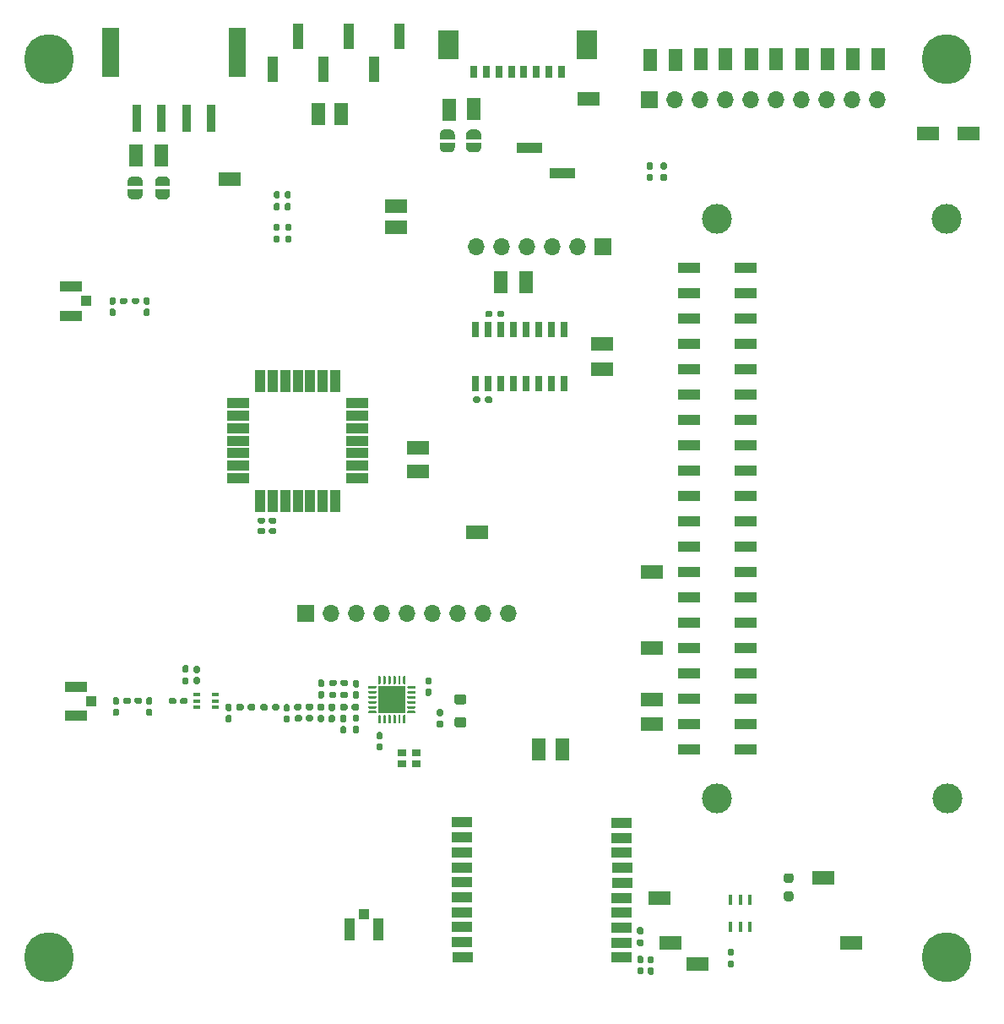
<source format=gbr>
%TF.GenerationSoftware,KiCad,Pcbnew,(5.1.12-1-10_14)*%
%TF.CreationDate,2022-02-15T12:56:50-08:00*%
%TF.ProjectId,g3_compute,67335f63-6f6d-4707-9574-652e6b696361,1*%
%TF.SameCoordinates,Original*%
%TF.FileFunction,Soldermask,Top*%
%TF.FilePolarity,Negative*%
%FSLAX46Y46*%
G04 Gerber Fmt 4.6, Leading zero omitted, Abs format (unit mm)*
G04 Created by KiCad (PCBNEW (5.1.12-1-10_14)) date 2022-02-15 12:56:50*
%MOMM*%
%LPD*%
G01*
G04 APERTURE LIST*
%ADD10R,1.000000X2.510000*%
%ADD11R,1.050000X1.000000*%
%ADD12R,2.200000X1.050000*%
%ADD13R,1.000000X1.050000*%
%ADD14R,1.050000X2.200000*%
%ADD15R,2.200000X1.400000*%
%ADD16R,1.400000X2.200000*%
%ADD17R,2.510000X1.000000*%
%ADD18C,3.000000*%
%ADD19R,2.220000X1.020000*%
%ADD20R,0.900000X0.800000*%
%ADD21R,0.650000X0.400000*%
%ADD22R,2.700000X2.700000*%
%ADD23R,2.000000X1.000000*%
%ADD24R,2.300000X1.000000*%
%ADD25R,1.000000X2.300000*%
%ADD26R,0.457200X1.003300*%
%ADD27C,0.100000*%
%ADD28O,1.700000X1.700000*%
%ADD29R,1.700000X1.700000*%
%ADD30R,0.812800X2.794000*%
%ADD31R,1.701800X5.003800*%
%ADD32R,0.800000X1.300000*%
%ADD33R,2.100000X3.000000*%
%ADD34R,0.650000X1.525000*%
%ADD35C,5.000000*%
G04 APERTURE END LIST*
D10*
%TO.C,J104*%
X127440000Y-56000000D03*
X132520000Y-56000000D03*
X137600000Y-56000000D03*
X129980000Y-52690000D03*
X135060000Y-52690000D03*
X140140000Y-52690000D03*
%TD*%
D11*
%TO.C,J110*%
X108700000Y-79200000D03*
D12*
X107200000Y-80675000D03*
X107200000Y-77725000D03*
%TD*%
D13*
%TO.C,J109*%
X136600000Y-140650000D03*
D14*
X138075000Y-142150000D03*
X135125000Y-142150000D03*
%TD*%
D11*
%TO.C,J108*%
X109250000Y-119300000D03*
D12*
X107750000Y-120775000D03*
X107750000Y-117825000D03*
%TD*%
D15*
%TO.C,TP140*%
X185425000Y-143550000D03*
%TD*%
%TO.C,TP139*%
X147925000Y-102375000D03*
%TD*%
%TO.C,TP138*%
X123100000Y-66950000D03*
%TD*%
D16*
%TO.C,TP137*%
X152850000Y-77300000D03*
%TD*%
%TO.C,TP136*%
X150350000Y-77300000D03*
%TD*%
%TO.C,TP135*%
X183050000Y-55000000D03*
%TD*%
%TO.C,TP134*%
X170360000Y-54990000D03*
%TD*%
%TO.C,TP133*%
X172870000Y-54990000D03*
%TD*%
D15*
%TO.C,TP132*%
X165450000Y-113950000D03*
%TD*%
%TO.C,TP131*%
X165450000Y-106350000D03*
%TD*%
D16*
%TO.C,TP130*%
X185590000Y-54990000D03*
%TD*%
%TO.C,TP129*%
X167810000Y-55010000D03*
%TD*%
%TO.C,TP128*%
X188130000Y-55000000D03*
%TD*%
%TO.C,TP127*%
X180510000Y-54990000D03*
%TD*%
%TO.C,TP126*%
X175440000Y-54990000D03*
%TD*%
%TO.C,TP125*%
X177940000Y-54990000D03*
%TD*%
%TO.C,TP124*%
X165270000Y-55010000D03*
%TD*%
D15*
%TO.C,TP123*%
X165450000Y-121550000D03*
%TD*%
%TO.C,TP122*%
X197250000Y-62400000D03*
%TD*%
%TO.C,TP121*%
X159100000Y-58950000D03*
%TD*%
%TO.C,TP120*%
X193150000Y-62400000D03*
%TD*%
%TO.C,TP119*%
X170075000Y-145625000D03*
%TD*%
%TO.C,TP118*%
X160450000Y-86000000D03*
%TD*%
%TO.C,TP117*%
X160450000Y-83500000D03*
%TD*%
D16*
%TO.C,TP116*%
X147600000Y-59950000D03*
%TD*%
%TO.C,TP115*%
X145150000Y-60000000D03*
%TD*%
%TO.C,TP114*%
X113750000Y-64650000D03*
%TD*%
%TO.C,TP113*%
X116250000Y-64650000D03*
%TD*%
D15*
%TO.C,TP112*%
X139800000Y-71800000D03*
%TD*%
%TO.C,TP111*%
X139800000Y-69650000D03*
%TD*%
D16*
%TO.C,TP110*%
X134300000Y-60500000D03*
%TD*%
%TO.C,TP109*%
X132050000Y-60500000D03*
%TD*%
D15*
%TO.C,TP108*%
X166250000Y-139000000D03*
%TD*%
%TO.C,TP107*%
X182650000Y-137000000D03*
%TD*%
%TO.C,TP106*%
X167300000Y-143500000D03*
%TD*%
D16*
%TO.C,TP105*%
X156500000Y-124150000D03*
%TD*%
%TO.C,TP104*%
X154150000Y-124100000D03*
%TD*%
D15*
%TO.C,TP103*%
X165450000Y-119100000D03*
%TD*%
%TO.C,TP102*%
X142050000Y-96250000D03*
%TD*%
%TO.C,TP101*%
X142050000Y-93900000D03*
%TD*%
D17*
%TO.C,J111*%
X156490000Y-66430000D03*
X153180000Y-63890000D03*
%TD*%
D18*
%TO.C,J106*%
X172010000Y-71000000D03*
X195030000Y-70980000D03*
X195070000Y-129020000D03*
X172010000Y-129020000D03*
D19*
X169175000Y-124130000D03*
X174825000Y-124130000D03*
X169175000Y-121590000D03*
X174825000Y-121590000D03*
X169175000Y-119050000D03*
X174825000Y-119050000D03*
X169175000Y-116510000D03*
X174825000Y-116510000D03*
X169175000Y-113970000D03*
X174825000Y-113970000D03*
X169175000Y-111430000D03*
X174825000Y-111430000D03*
X169175000Y-108890000D03*
X174825000Y-108890000D03*
X169175000Y-106350000D03*
X174825000Y-106350000D03*
X169175000Y-103810000D03*
X174825000Y-103810000D03*
X169175000Y-101270000D03*
X174825000Y-101270000D03*
X169175000Y-98730000D03*
X174825000Y-98730000D03*
X169175000Y-96190000D03*
X174825000Y-96190000D03*
X169175000Y-93650000D03*
X174825000Y-93650000D03*
X169175000Y-91110000D03*
X174825000Y-91110000D03*
X169175000Y-88570000D03*
X174825000Y-88570000D03*
X169175000Y-86030000D03*
X174825000Y-86030000D03*
X169175000Y-83490000D03*
X174825000Y-83490000D03*
X169175000Y-80950000D03*
X174825000Y-80950000D03*
X169175000Y-78410000D03*
X174825000Y-78410000D03*
X169175000Y-75870000D03*
X174825000Y-75870000D03*
%TD*%
D20*
%TO.C,Y201*%
X141820000Y-125570000D03*
X140420000Y-125570000D03*
X140420000Y-124470000D03*
X141820000Y-124470000D03*
%TD*%
D21*
%TO.C,U202*%
X119825000Y-119925000D03*
X119825000Y-118625000D03*
X121725000Y-119275000D03*
X119825000Y-119275000D03*
X121725000Y-118625000D03*
X121725000Y-119925000D03*
%TD*%
D22*
%TO.C,U201*%
X139400000Y-119150000D03*
G36*
G01*
X137787500Y-120525000D02*
X137087500Y-120525000D01*
G75*
G02*
X137025000Y-120462500I0J62500D01*
G01*
X137025000Y-120337500D01*
G75*
G02*
X137087500Y-120275000I62500J0D01*
G01*
X137787500Y-120275000D01*
G75*
G02*
X137850000Y-120337500I0J-62500D01*
G01*
X137850000Y-120462500D01*
G75*
G02*
X137787500Y-120525000I-62500J0D01*
G01*
G37*
G36*
G01*
X137787500Y-120025000D02*
X137087500Y-120025000D01*
G75*
G02*
X137025000Y-119962500I0J62500D01*
G01*
X137025000Y-119837500D01*
G75*
G02*
X137087500Y-119775000I62500J0D01*
G01*
X137787500Y-119775000D01*
G75*
G02*
X137850000Y-119837500I0J-62500D01*
G01*
X137850000Y-119962500D01*
G75*
G02*
X137787500Y-120025000I-62500J0D01*
G01*
G37*
G36*
G01*
X137787500Y-119525000D02*
X137087500Y-119525000D01*
G75*
G02*
X137025000Y-119462500I0J62500D01*
G01*
X137025000Y-119337500D01*
G75*
G02*
X137087500Y-119275000I62500J0D01*
G01*
X137787500Y-119275000D01*
G75*
G02*
X137850000Y-119337500I0J-62500D01*
G01*
X137850000Y-119462500D01*
G75*
G02*
X137787500Y-119525000I-62500J0D01*
G01*
G37*
G36*
G01*
X137787500Y-119025000D02*
X137087500Y-119025000D01*
G75*
G02*
X137025000Y-118962500I0J62500D01*
G01*
X137025000Y-118837500D01*
G75*
G02*
X137087500Y-118775000I62500J0D01*
G01*
X137787500Y-118775000D01*
G75*
G02*
X137850000Y-118837500I0J-62500D01*
G01*
X137850000Y-118962500D01*
G75*
G02*
X137787500Y-119025000I-62500J0D01*
G01*
G37*
G36*
G01*
X137787500Y-118525000D02*
X137087500Y-118525000D01*
G75*
G02*
X137025000Y-118462500I0J62500D01*
G01*
X137025000Y-118337500D01*
G75*
G02*
X137087500Y-118275000I62500J0D01*
G01*
X137787500Y-118275000D01*
G75*
G02*
X137850000Y-118337500I0J-62500D01*
G01*
X137850000Y-118462500D01*
G75*
G02*
X137787500Y-118525000I-62500J0D01*
G01*
G37*
G36*
G01*
X137787500Y-118025000D02*
X137087500Y-118025000D01*
G75*
G02*
X137025000Y-117962500I0J62500D01*
G01*
X137025000Y-117837500D01*
G75*
G02*
X137087500Y-117775000I62500J0D01*
G01*
X137787500Y-117775000D01*
G75*
G02*
X137850000Y-117837500I0J-62500D01*
G01*
X137850000Y-117962500D01*
G75*
G02*
X137787500Y-118025000I-62500J0D01*
G01*
G37*
G36*
G01*
X138212500Y-117600000D02*
X138087500Y-117600000D01*
G75*
G02*
X138025000Y-117537500I0J62500D01*
G01*
X138025000Y-116837500D01*
G75*
G02*
X138087500Y-116775000I62500J0D01*
G01*
X138212500Y-116775000D01*
G75*
G02*
X138275000Y-116837500I0J-62500D01*
G01*
X138275000Y-117537500D01*
G75*
G02*
X138212500Y-117600000I-62500J0D01*
G01*
G37*
G36*
G01*
X138712500Y-117600000D02*
X138587500Y-117600000D01*
G75*
G02*
X138525000Y-117537500I0J62500D01*
G01*
X138525000Y-116837500D01*
G75*
G02*
X138587500Y-116775000I62500J0D01*
G01*
X138712500Y-116775000D01*
G75*
G02*
X138775000Y-116837500I0J-62500D01*
G01*
X138775000Y-117537500D01*
G75*
G02*
X138712500Y-117600000I-62500J0D01*
G01*
G37*
G36*
G01*
X139212500Y-117600000D02*
X139087500Y-117600000D01*
G75*
G02*
X139025000Y-117537500I0J62500D01*
G01*
X139025000Y-116837500D01*
G75*
G02*
X139087500Y-116775000I62500J0D01*
G01*
X139212500Y-116775000D01*
G75*
G02*
X139275000Y-116837500I0J-62500D01*
G01*
X139275000Y-117537500D01*
G75*
G02*
X139212500Y-117600000I-62500J0D01*
G01*
G37*
G36*
G01*
X139712500Y-117600000D02*
X139587500Y-117600000D01*
G75*
G02*
X139525000Y-117537500I0J62500D01*
G01*
X139525000Y-116837500D01*
G75*
G02*
X139587500Y-116775000I62500J0D01*
G01*
X139712500Y-116775000D01*
G75*
G02*
X139775000Y-116837500I0J-62500D01*
G01*
X139775000Y-117537500D01*
G75*
G02*
X139712500Y-117600000I-62500J0D01*
G01*
G37*
G36*
G01*
X140212500Y-117600000D02*
X140087500Y-117600000D01*
G75*
G02*
X140025000Y-117537500I0J62500D01*
G01*
X140025000Y-116837500D01*
G75*
G02*
X140087500Y-116775000I62500J0D01*
G01*
X140212500Y-116775000D01*
G75*
G02*
X140275000Y-116837500I0J-62500D01*
G01*
X140275000Y-117537500D01*
G75*
G02*
X140212500Y-117600000I-62500J0D01*
G01*
G37*
G36*
G01*
X140712500Y-117600000D02*
X140587500Y-117600000D01*
G75*
G02*
X140525000Y-117537500I0J62500D01*
G01*
X140525000Y-116837500D01*
G75*
G02*
X140587500Y-116775000I62500J0D01*
G01*
X140712500Y-116775000D01*
G75*
G02*
X140775000Y-116837500I0J-62500D01*
G01*
X140775000Y-117537500D01*
G75*
G02*
X140712500Y-117600000I-62500J0D01*
G01*
G37*
G36*
G01*
X141712500Y-118025000D02*
X141012500Y-118025000D01*
G75*
G02*
X140950000Y-117962500I0J62500D01*
G01*
X140950000Y-117837500D01*
G75*
G02*
X141012500Y-117775000I62500J0D01*
G01*
X141712500Y-117775000D01*
G75*
G02*
X141775000Y-117837500I0J-62500D01*
G01*
X141775000Y-117962500D01*
G75*
G02*
X141712500Y-118025000I-62500J0D01*
G01*
G37*
G36*
G01*
X141712500Y-118525000D02*
X141012500Y-118525000D01*
G75*
G02*
X140950000Y-118462500I0J62500D01*
G01*
X140950000Y-118337500D01*
G75*
G02*
X141012500Y-118275000I62500J0D01*
G01*
X141712500Y-118275000D01*
G75*
G02*
X141775000Y-118337500I0J-62500D01*
G01*
X141775000Y-118462500D01*
G75*
G02*
X141712500Y-118525000I-62500J0D01*
G01*
G37*
G36*
G01*
X141712500Y-119025000D02*
X141012500Y-119025000D01*
G75*
G02*
X140950000Y-118962500I0J62500D01*
G01*
X140950000Y-118837500D01*
G75*
G02*
X141012500Y-118775000I62500J0D01*
G01*
X141712500Y-118775000D01*
G75*
G02*
X141775000Y-118837500I0J-62500D01*
G01*
X141775000Y-118962500D01*
G75*
G02*
X141712500Y-119025000I-62500J0D01*
G01*
G37*
G36*
G01*
X141712500Y-119525000D02*
X141012500Y-119525000D01*
G75*
G02*
X140950000Y-119462500I0J62500D01*
G01*
X140950000Y-119337500D01*
G75*
G02*
X141012500Y-119275000I62500J0D01*
G01*
X141712500Y-119275000D01*
G75*
G02*
X141775000Y-119337500I0J-62500D01*
G01*
X141775000Y-119462500D01*
G75*
G02*
X141712500Y-119525000I-62500J0D01*
G01*
G37*
G36*
G01*
X141712500Y-120025000D02*
X141012500Y-120025000D01*
G75*
G02*
X140950000Y-119962500I0J62500D01*
G01*
X140950000Y-119837500D01*
G75*
G02*
X141012500Y-119775000I62500J0D01*
G01*
X141712500Y-119775000D01*
G75*
G02*
X141775000Y-119837500I0J-62500D01*
G01*
X141775000Y-119962500D01*
G75*
G02*
X141712500Y-120025000I-62500J0D01*
G01*
G37*
G36*
G01*
X141712500Y-120525000D02*
X141012500Y-120525000D01*
G75*
G02*
X140950000Y-120462500I0J62500D01*
G01*
X140950000Y-120337500D01*
G75*
G02*
X141012500Y-120275000I62500J0D01*
G01*
X141712500Y-120275000D01*
G75*
G02*
X141775000Y-120337500I0J-62500D01*
G01*
X141775000Y-120462500D01*
G75*
G02*
X141712500Y-120525000I-62500J0D01*
G01*
G37*
G36*
G01*
X140712500Y-121525000D02*
X140587500Y-121525000D01*
G75*
G02*
X140525000Y-121462500I0J62500D01*
G01*
X140525000Y-120762500D01*
G75*
G02*
X140587500Y-120700000I62500J0D01*
G01*
X140712500Y-120700000D01*
G75*
G02*
X140775000Y-120762500I0J-62500D01*
G01*
X140775000Y-121462500D01*
G75*
G02*
X140712500Y-121525000I-62500J0D01*
G01*
G37*
G36*
G01*
X140212500Y-121525000D02*
X140087500Y-121525000D01*
G75*
G02*
X140025000Y-121462500I0J62500D01*
G01*
X140025000Y-120762500D01*
G75*
G02*
X140087500Y-120700000I62500J0D01*
G01*
X140212500Y-120700000D01*
G75*
G02*
X140275000Y-120762500I0J-62500D01*
G01*
X140275000Y-121462500D01*
G75*
G02*
X140212500Y-121525000I-62500J0D01*
G01*
G37*
G36*
G01*
X139712500Y-121525000D02*
X139587500Y-121525000D01*
G75*
G02*
X139525000Y-121462500I0J62500D01*
G01*
X139525000Y-120762500D01*
G75*
G02*
X139587500Y-120700000I62500J0D01*
G01*
X139712500Y-120700000D01*
G75*
G02*
X139775000Y-120762500I0J-62500D01*
G01*
X139775000Y-121462500D01*
G75*
G02*
X139712500Y-121525000I-62500J0D01*
G01*
G37*
G36*
G01*
X139212500Y-121525000D02*
X139087500Y-121525000D01*
G75*
G02*
X139025000Y-121462500I0J62500D01*
G01*
X139025000Y-120762500D01*
G75*
G02*
X139087500Y-120700000I62500J0D01*
G01*
X139212500Y-120700000D01*
G75*
G02*
X139275000Y-120762500I0J-62500D01*
G01*
X139275000Y-121462500D01*
G75*
G02*
X139212500Y-121525000I-62500J0D01*
G01*
G37*
G36*
G01*
X138712500Y-121525000D02*
X138587500Y-121525000D01*
G75*
G02*
X138525000Y-121462500I0J62500D01*
G01*
X138525000Y-120762500D01*
G75*
G02*
X138587500Y-120700000I62500J0D01*
G01*
X138712500Y-120700000D01*
G75*
G02*
X138775000Y-120762500I0J-62500D01*
G01*
X138775000Y-121462500D01*
G75*
G02*
X138712500Y-121525000I-62500J0D01*
G01*
G37*
G36*
G01*
X138212500Y-121525000D02*
X138087500Y-121525000D01*
G75*
G02*
X138025000Y-121462500I0J62500D01*
G01*
X138025000Y-120762500D01*
G75*
G02*
X138087500Y-120700000I62500J0D01*
G01*
X138212500Y-120700000D01*
G75*
G02*
X138275000Y-120762500I0J-62500D01*
G01*
X138275000Y-121462500D01*
G75*
G02*
X138212500Y-121525000I-62500J0D01*
G01*
G37*
%TD*%
D23*
%TO.C,U102*%
X146500000Y-144950000D03*
X146450000Y-143450000D03*
X146450000Y-141950000D03*
X146450000Y-140450000D03*
X146450000Y-138950000D03*
X146450000Y-137450000D03*
X146450000Y-135950000D03*
X146450000Y-134450000D03*
X146450000Y-132950000D03*
X146450000Y-131450000D03*
X162450000Y-131500000D03*
X162450000Y-133000000D03*
X162450000Y-134500000D03*
X162500000Y-136000000D03*
X162500000Y-137500000D03*
X162450000Y-139000000D03*
X162450000Y-140500000D03*
X162450000Y-142000000D03*
X162450000Y-143500000D03*
X162450000Y-145000000D03*
%TD*%
D24*
%TO.C,U101*%
X123950000Y-96950000D03*
X123950000Y-95700000D03*
X123950000Y-94450000D03*
X123950000Y-89450000D03*
X123950000Y-90700000D03*
X123950000Y-91950000D03*
X123950000Y-93200000D03*
D25*
X126200000Y-87200000D03*
X127450000Y-87200000D03*
X128700000Y-87200000D03*
X133700000Y-87200000D03*
X132450000Y-87200000D03*
X131200000Y-87200000D03*
X129950000Y-87200000D03*
D24*
X135950000Y-89450000D03*
X135950000Y-90700000D03*
X135950000Y-91950000D03*
X135950000Y-96950000D03*
X135950000Y-95700000D03*
X135950000Y-94450000D03*
X135950000Y-93200000D03*
D25*
X133700000Y-99200000D03*
X132450000Y-99200000D03*
X131200000Y-99200000D03*
X126200000Y-99200000D03*
X127450000Y-99200000D03*
X128700000Y-99200000D03*
X129950000Y-99200000D03*
%TD*%
%TO.C,R201*%
G36*
G01*
X118860000Y-116420000D02*
X118540000Y-116420000D01*
G75*
G02*
X118380000Y-116260000I0J160000D01*
G01*
X118380000Y-115865000D01*
G75*
G02*
X118540000Y-115705000I160000J0D01*
G01*
X118860000Y-115705000D01*
G75*
G02*
X119020000Y-115865000I0J-160000D01*
G01*
X119020000Y-116260000D01*
G75*
G02*
X118860000Y-116420000I-160000J0D01*
G01*
G37*
G36*
G01*
X118860000Y-117615000D02*
X118540000Y-117615000D01*
G75*
G02*
X118380000Y-117455000I0J160000D01*
G01*
X118380000Y-117060000D01*
G75*
G02*
X118540000Y-116900000I160000J0D01*
G01*
X118860000Y-116900000D01*
G75*
G02*
X119020000Y-117060000I0J-160000D01*
G01*
X119020000Y-117455000D01*
G75*
G02*
X118860000Y-117615000I-160000J0D01*
G01*
G37*
%TD*%
%TO.C,R109*%
G36*
G01*
X149942500Y-80660000D02*
X149942500Y-80340000D01*
G75*
G02*
X150102500Y-80180000I160000J0D01*
G01*
X150497500Y-80180000D01*
G75*
G02*
X150657500Y-80340000I0J-160000D01*
G01*
X150657500Y-80660000D01*
G75*
G02*
X150497500Y-80820000I-160000J0D01*
G01*
X150102500Y-80820000D01*
G75*
G02*
X149942500Y-80660000I0J160000D01*
G01*
G37*
G36*
G01*
X148747500Y-80660000D02*
X148747500Y-80340000D01*
G75*
G02*
X148907500Y-80180000I160000J0D01*
G01*
X149302500Y-80180000D01*
G75*
G02*
X149462500Y-80340000I0J-160000D01*
G01*
X149462500Y-80660000D01*
G75*
G02*
X149302500Y-80820000I-160000J0D01*
G01*
X148907500Y-80820000D01*
G75*
G02*
X148747500Y-80660000I0J160000D01*
G01*
G37*
%TD*%
%TO.C,R108*%
G36*
G01*
X148742500Y-89260000D02*
X148742500Y-88940000D01*
G75*
G02*
X148902500Y-88780000I160000J0D01*
G01*
X149297500Y-88780000D01*
G75*
G02*
X149457500Y-88940000I0J-160000D01*
G01*
X149457500Y-89260000D01*
G75*
G02*
X149297500Y-89420000I-160000J0D01*
G01*
X148902500Y-89420000D01*
G75*
G02*
X148742500Y-89260000I0J160000D01*
G01*
G37*
G36*
G01*
X147547500Y-89260000D02*
X147547500Y-88940000D01*
G75*
G02*
X147707500Y-88780000I160000J0D01*
G01*
X148102500Y-88780000D01*
G75*
G02*
X148262500Y-88940000I0J-160000D01*
G01*
X148262500Y-89260000D01*
G75*
G02*
X148102500Y-89420000I-160000J0D01*
G01*
X147707500Y-89420000D01*
G75*
G02*
X147547500Y-89260000I0J160000D01*
G01*
G37*
%TD*%
%TO.C,R107*%
G36*
G01*
X112857500Y-79040000D02*
X112857500Y-79360000D01*
G75*
G02*
X112697500Y-79520000I-160000J0D01*
G01*
X112302500Y-79520000D01*
G75*
G02*
X112142500Y-79360000I0J160000D01*
G01*
X112142500Y-79040000D01*
G75*
G02*
X112302500Y-78880000I160000J0D01*
G01*
X112697500Y-78880000D01*
G75*
G02*
X112857500Y-79040000I0J-160000D01*
G01*
G37*
G36*
G01*
X114052500Y-79040000D02*
X114052500Y-79360000D01*
G75*
G02*
X113892500Y-79520000I-160000J0D01*
G01*
X113497500Y-79520000D01*
G75*
G02*
X113337500Y-79360000I0J160000D01*
G01*
X113337500Y-79040000D01*
G75*
G02*
X113497500Y-78880000I160000J0D01*
G01*
X113892500Y-78880000D01*
G75*
G02*
X114052500Y-79040000I0J-160000D01*
G01*
G37*
%TD*%
%TO.C,R106*%
G36*
G01*
X179412500Y-139337500D02*
X178937500Y-139337500D01*
G75*
G02*
X178700000Y-139100000I0J237500D01*
G01*
X178700000Y-138600000D01*
G75*
G02*
X178937500Y-138362500I237500J0D01*
G01*
X179412500Y-138362500D01*
G75*
G02*
X179650000Y-138600000I0J-237500D01*
G01*
X179650000Y-139100000D01*
G75*
G02*
X179412500Y-139337500I-237500J0D01*
G01*
G37*
G36*
G01*
X179412500Y-137512500D02*
X178937500Y-137512500D01*
G75*
G02*
X178700000Y-137275000I0J237500D01*
G01*
X178700000Y-136775000D01*
G75*
G02*
X178937500Y-136537500I237500J0D01*
G01*
X179412500Y-136537500D01*
G75*
G02*
X179650000Y-136775000I0J-237500D01*
G01*
X179650000Y-137275000D01*
G75*
G02*
X179412500Y-137512500I-237500J0D01*
G01*
G37*
%TD*%
%TO.C,R105*%
G36*
G01*
X164460000Y-143857500D02*
X164140000Y-143857500D01*
G75*
G02*
X163980000Y-143697500I0J160000D01*
G01*
X163980000Y-143302500D01*
G75*
G02*
X164140000Y-143142500I160000J0D01*
G01*
X164460000Y-143142500D01*
G75*
G02*
X164620000Y-143302500I0J-160000D01*
G01*
X164620000Y-143697500D01*
G75*
G02*
X164460000Y-143857500I-160000J0D01*
G01*
G37*
G36*
G01*
X164460000Y-142662500D02*
X164140000Y-142662500D01*
G75*
G02*
X163980000Y-142502500I0J160000D01*
G01*
X163980000Y-142107500D01*
G75*
G02*
X164140000Y-141947500I160000J0D01*
G01*
X164460000Y-141947500D01*
G75*
G02*
X164620000Y-142107500I0J-160000D01*
G01*
X164620000Y-142502500D01*
G75*
G02*
X164460000Y-142662500I-160000J0D01*
G01*
G37*
%TD*%
%TO.C,R104*%
G36*
G01*
X127690000Y-72637500D02*
X128010000Y-72637500D01*
G75*
G02*
X128170000Y-72797500I0J-160000D01*
G01*
X128170000Y-73192500D01*
G75*
G02*
X128010000Y-73352500I-160000J0D01*
G01*
X127690000Y-73352500D01*
G75*
G02*
X127530000Y-73192500I0J160000D01*
G01*
X127530000Y-72797500D01*
G75*
G02*
X127690000Y-72637500I160000J0D01*
G01*
G37*
G36*
G01*
X127690000Y-71442500D02*
X128010000Y-71442500D01*
G75*
G02*
X128170000Y-71602500I0J-160000D01*
G01*
X128170000Y-71997500D01*
G75*
G02*
X128010000Y-72157500I-160000J0D01*
G01*
X127690000Y-72157500D01*
G75*
G02*
X127530000Y-71997500I0J160000D01*
G01*
X127530000Y-71602500D01*
G75*
G02*
X127690000Y-71442500I160000J0D01*
G01*
G37*
%TD*%
%TO.C,R103*%
G36*
G01*
X128840000Y-72637500D02*
X129160000Y-72637500D01*
G75*
G02*
X129320000Y-72797500I0J-160000D01*
G01*
X129320000Y-73192500D01*
G75*
G02*
X129160000Y-73352500I-160000J0D01*
G01*
X128840000Y-73352500D01*
G75*
G02*
X128680000Y-73192500I0J160000D01*
G01*
X128680000Y-72797500D01*
G75*
G02*
X128840000Y-72637500I160000J0D01*
G01*
G37*
G36*
G01*
X128840000Y-71442500D02*
X129160000Y-71442500D01*
G75*
G02*
X129320000Y-71602500I0J-160000D01*
G01*
X129320000Y-71997500D01*
G75*
G02*
X129160000Y-72157500I-160000J0D01*
G01*
X128840000Y-72157500D01*
G75*
G02*
X128680000Y-71997500I0J160000D01*
G01*
X128680000Y-71602500D01*
G75*
G02*
X128840000Y-71442500I160000J0D01*
G01*
G37*
%TD*%
%TO.C,R102*%
G36*
G01*
X128010000Y-68907500D02*
X127690000Y-68907500D01*
G75*
G02*
X127530000Y-68747500I0J160000D01*
G01*
X127530000Y-68352500D01*
G75*
G02*
X127690000Y-68192500I160000J0D01*
G01*
X128010000Y-68192500D01*
G75*
G02*
X128170000Y-68352500I0J-160000D01*
G01*
X128170000Y-68747500D01*
G75*
G02*
X128010000Y-68907500I-160000J0D01*
G01*
G37*
G36*
G01*
X128010000Y-70102500D02*
X127690000Y-70102500D01*
G75*
G02*
X127530000Y-69942500I0J160000D01*
G01*
X127530000Y-69547500D01*
G75*
G02*
X127690000Y-69387500I160000J0D01*
G01*
X128010000Y-69387500D01*
G75*
G02*
X128170000Y-69547500I0J-160000D01*
G01*
X128170000Y-69942500D01*
G75*
G02*
X128010000Y-70102500I-160000J0D01*
G01*
G37*
%TD*%
%TO.C,R101*%
G36*
G01*
X129110000Y-68907500D02*
X128790000Y-68907500D01*
G75*
G02*
X128630000Y-68747500I0J160000D01*
G01*
X128630000Y-68352500D01*
G75*
G02*
X128790000Y-68192500I160000J0D01*
G01*
X129110000Y-68192500D01*
G75*
G02*
X129270000Y-68352500I0J-160000D01*
G01*
X129270000Y-68747500D01*
G75*
G02*
X129110000Y-68907500I-160000J0D01*
G01*
G37*
G36*
G01*
X129110000Y-70102500D02*
X128790000Y-70102500D01*
G75*
G02*
X128630000Y-69942500I0J160000D01*
G01*
X128630000Y-69547500D01*
G75*
G02*
X128790000Y-69387500I160000J0D01*
G01*
X129110000Y-69387500D01*
G75*
G02*
X129270000Y-69547500I0J-160000D01*
G01*
X129270000Y-69942500D01*
G75*
G02*
X129110000Y-70102500I-160000J0D01*
G01*
G37*
%TD*%
D26*
%TO.C,Q101*%
X173374999Y-141877550D03*
X174325000Y-141877550D03*
X175275001Y-141877550D03*
X175275001Y-139172450D03*
X174325000Y-139172450D03*
X173374999Y-139172450D03*
%TD*%
%TO.C,L207*%
G36*
G01*
X113210000Y-119090000D02*
X113210000Y-119410000D01*
G75*
G02*
X113050000Y-119570000I-160000J0D01*
G01*
X112605000Y-119570000D01*
G75*
G02*
X112445000Y-119410000I0J160000D01*
G01*
X112445000Y-119090000D01*
G75*
G02*
X112605000Y-118930000I160000J0D01*
G01*
X113050000Y-118930000D01*
G75*
G02*
X113210000Y-119090000I0J-160000D01*
G01*
G37*
G36*
G01*
X114355000Y-119090000D02*
X114355000Y-119410000D01*
G75*
G02*
X114195000Y-119570000I-160000J0D01*
G01*
X113750000Y-119570000D01*
G75*
G02*
X113590000Y-119410000I0J160000D01*
G01*
X113590000Y-119090000D01*
G75*
G02*
X113750000Y-118930000I160000J0D01*
G01*
X114195000Y-118930000D01*
G75*
G02*
X114355000Y-119090000I0J-160000D01*
G01*
G37*
%TD*%
%TO.C,L206*%
G36*
G01*
X124560000Y-119740000D02*
X124560000Y-120060000D01*
G75*
G02*
X124400000Y-120220000I-160000J0D01*
G01*
X123955000Y-120220000D01*
G75*
G02*
X123795000Y-120060000I0J160000D01*
G01*
X123795000Y-119740000D01*
G75*
G02*
X123955000Y-119580000I160000J0D01*
G01*
X124400000Y-119580000D01*
G75*
G02*
X124560000Y-119740000I0J-160000D01*
G01*
G37*
G36*
G01*
X125705000Y-119740000D02*
X125705000Y-120060000D01*
G75*
G02*
X125545000Y-120220000I-160000J0D01*
G01*
X125100000Y-120220000D01*
G75*
G02*
X124940000Y-120060000I0J160000D01*
G01*
X124940000Y-119740000D01*
G75*
G02*
X125100000Y-119580000I160000J0D01*
G01*
X125545000Y-119580000D01*
G75*
G02*
X125705000Y-119740000I0J-160000D01*
G01*
G37*
%TD*%
%TO.C,L205*%
G36*
G01*
X130360000Y-119715000D02*
X130360000Y-120035000D01*
G75*
G02*
X130200000Y-120195000I-160000J0D01*
G01*
X129755000Y-120195000D01*
G75*
G02*
X129595000Y-120035000I0J160000D01*
G01*
X129595000Y-119715000D01*
G75*
G02*
X129755000Y-119555000I160000J0D01*
G01*
X130200000Y-119555000D01*
G75*
G02*
X130360000Y-119715000I0J-160000D01*
G01*
G37*
G36*
G01*
X131505000Y-119715000D02*
X131505000Y-120035000D01*
G75*
G02*
X131345000Y-120195000I-160000J0D01*
G01*
X130900000Y-120195000D01*
G75*
G02*
X130740000Y-120035000I0J160000D01*
G01*
X130740000Y-119715000D01*
G75*
G02*
X130900000Y-119555000I160000J0D01*
G01*
X131345000Y-119555000D01*
G75*
G02*
X131505000Y-119715000I0J-160000D01*
G01*
G37*
%TD*%
%TO.C,L204*%
G36*
G01*
X133215000Y-120665000D02*
X133535000Y-120665000D01*
G75*
G02*
X133695000Y-120825000I0J-160000D01*
G01*
X133695000Y-121270000D01*
G75*
G02*
X133535000Y-121430000I-160000J0D01*
G01*
X133215000Y-121430000D01*
G75*
G02*
X133055000Y-121270000I0J160000D01*
G01*
X133055000Y-120825000D01*
G75*
G02*
X133215000Y-120665000I160000J0D01*
G01*
G37*
G36*
G01*
X133215000Y-119520000D02*
X133535000Y-119520000D01*
G75*
G02*
X133695000Y-119680000I0J-160000D01*
G01*
X133695000Y-120125000D01*
G75*
G02*
X133535000Y-120285000I-160000J0D01*
G01*
X133215000Y-120285000D01*
G75*
G02*
X133055000Y-120125000I0J160000D01*
G01*
X133055000Y-119680000D01*
G75*
G02*
X133215000Y-119520000I160000J0D01*
G01*
G37*
%TD*%
%TO.C,L203*%
G36*
G01*
X135960000Y-117912500D02*
X135640000Y-117912500D01*
G75*
G02*
X135480000Y-117752500I0J160000D01*
G01*
X135480000Y-117307500D01*
G75*
G02*
X135640000Y-117147500I160000J0D01*
G01*
X135960000Y-117147500D01*
G75*
G02*
X136120000Y-117307500I0J-160000D01*
G01*
X136120000Y-117752500D01*
G75*
G02*
X135960000Y-117912500I-160000J0D01*
G01*
G37*
G36*
G01*
X135960000Y-119057500D02*
X135640000Y-119057500D01*
G75*
G02*
X135480000Y-118897500I0J160000D01*
G01*
X135480000Y-118452500D01*
G75*
G02*
X135640000Y-118292500I160000J0D01*
G01*
X135960000Y-118292500D01*
G75*
G02*
X136120000Y-118452500I0J-160000D01*
G01*
X136120000Y-118897500D01*
G75*
G02*
X135960000Y-119057500I-160000J0D01*
G01*
G37*
%TD*%
%TO.C,L202*%
G36*
G01*
X134960000Y-119740000D02*
X134960000Y-120060000D01*
G75*
G02*
X134800000Y-120220000I-160000J0D01*
G01*
X134355000Y-120220000D01*
G75*
G02*
X134195000Y-120060000I0J160000D01*
G01*
X134195000Y-119740000D01*
G75*
G02*
X134355000Y-119580000I160000J0D01*
G01*
X134800000Y-119580000D01*
G75*
G02*
X134960000Y-119740000I0J-160000D01*
G01*
G37*
G36*
G01*
X136105000Y-119740000D02*
X136105000Y-120060000D01*
G75*
G02*
X135945000Y-120220000I-160000J0D01*
G01*
X135500000Y-120220000D01*
G75*
G02*
X135340000Y-120060000I0J160000D01*
G01*
X135340000Y-119740000D01*
G75*
G02*
X135500000Y-119580000I160000J0D01*
G01*
X135945000Y-119580000D01*
G75*
G02*
X136105000Y-119740000I0J-160000D01*
G01*
G37*
%TD*%
%TO.C,L201*%
G36*
G01*
X146610001Y-119635000D02*
X145909999Y-119635000D01*
G75*
G02*
X145660000Y-119385001I0J249999D01*
G01*
X145660000Y-118834999D01*
G75*
G02*
X145909999Y-118585000I249999J0D01*
G01*
X146610001Y-118585000D01*
G75*
G02*
X146860000Y-118834999I0J-249999D01*
G01*
X146860000Y-119385001D01*
G75*
G02*
X146610001Y-119635000I-249999J0D01*
G01*
G37*
G36*
G01*
X146610001Y-121935000D02*
X145909999Y-121935000D01*
G75*
G02*
X145660000Y-121685001I0J249999D01*
G01*
X145660000Y-121134999D01*
G75*
G02*
X145909999Y-120885000I249999J0D01*
G01*
X146610001Y-120885000D01*
G75*
G02*
X146860000Y-121134999I0J-249999D01*
G01*
X146860000Y-121685001D01*
G75*
G02*
X146610001Y-121935000I-249999J0D01*
G01*
G37*
%TD*%
D27*
%TO.C,JP104*%
G36*
X148350000Y-63300000D02*
G01*
X148350000Y-63800000D01*
X148349398Y-63800000D01*
X148349398Y-63824534D01*
X148344588Y-63873365D01*
X148335016Y-63921490D01*
X148320772Y-63968445D01*
X148301995Y-64013778D01*
X148278864Y-64057051D01*
X148251604Y-64097850D01*
X148220476Y-64135779D01*
X148185779Y-64170476D01*
X148147850Y-64201604D01*
X148107051Y-64228864D01*
X148063778Y-64251995D01*
X148018445Y-64270772D01*
X147971490Y-64285016D01*
X147923365Y-64294588D01*
X147874534Y-64299398D01*
X147850000Y-64299398D01*
X147850000Y-64300000D01*
X147350000Y-64300000D01*
X147350000Y-64299398D01*
X147325466Y-64299398D01*
X147276635Y-64294588D01*
X147228510Y-64285016D01*
X147181555Y-64270772D01*
X147136222Y-64251995D01*
X147092949Y-64228864D01*
X147052150Y-64201604D01*
X147014221Y-64170476D01*
X146979524Y-64135779D01*
X146948396Y-64097850D01*
X146921136Y-64057051D01*
X146898005Y-64013778D01*
X146879228Y-63968445D01*
X146864984Y-63921490D01*
X146855412Y-63873365D01*
X146850602Y-63824534D01*
X146850602Y-63800000D01*
X146850000Y-63800000D01*
X146850000Y-63300000D01*
X148350000Y-63300000D01*
G37*
G36*
X146850602Y-62500000D02*
G01*
X146850602Y-62475466D01*
X146855412Y-62426635D01*
X146864984Y-62378510D01*
X146879228Y-62331555D01*
X146898005Y-62286222D01*
X146921136Y-62242949D01*
X146948396Y-62202150D01*
X146979524Y-62164221D01*
X147014221Y-62129524D01*
X147052150Y-62098396D01*
X147092949Y-62071136D01*
X147136222Y-62048005D01*
X147181555Y-62029228D01*
X147228510Y-62014984D01*
X147276635Y-62005412D01*
X147325466Y-62000602D01*
X147350000Y-62000602D01*
X147350000Y-62000000D01*
X147850000Y-62000000D01*
X147850000Y-62000602D01*
X147874534Y-62000602D01*
X147923365Y-62005412D01*
X147971490Y-62014984D01*
X148018445Y-62029228D01*
X148063778Y-62048005D01*
X148107051Y-62071136D01*
X148147850Y-62098396D01*
X148185779Y-62129524D01*
X148220476Y-62164221D01*
X148251604Y-62202150D01*
X148278864Y-62242949D01*
X148301995Y-62286222D01*
X148320772Y-62331555D01*
X148335016Y-62378510D01*
X148344588Y-62426635D01*
X148349398Y-62475466D01*
X148349398Y-62500000D01*
X148350000Y-62500000D01*
X148350000Y-63000000D01*
X146850000Y-63000000D01*
X146850000Y-62500000D01*
X146850602Y-62500000D01*
G37*
%TD*%
%TO.C,JP103*%
G36*
X145700000Y-63300000D02*
G01*
X145700000Y-63800000D01*
X145699398Y-63800000D01*
X145699398Y-63824534D01*
X145694588Y-63873365D01*
X145685016Y-63921490D01*
X145670772Y-63968445D01*
X145651995Y-64013778D01*
X145628864Y-64057051D01*
X145601604Y-64097850D01*
X145570476Y-64135779D01*
X145535779Y-64170476D01*
X145497850Y-64201604D01*
X145457051Y-64228864D01*
X145413778Y-64251995D01*
X145368445Y-64270772D01*
X145321490Y-64285016D01*
X145273365Y-64294588D01*
X145224534Y-64299398D01*
X145200000Y-64299398D01*
X145200000Y-64300000D01*
X144700000Y-64300000D01*
X144700000Y-64299398D01*
X144675466Y-64299398D01*
X144626635Y-64294588D01*
X144578510Y-64285016D01*
X144531555Y-64270772D01*
X144486222Y-64251995D01*
X144442949Y-64228864D01*
X144402150Y-64201604D01*
X144364221Y-64170476D01*
X144329524Y-64135779D01*
X144298396Y-64097850D01*
X144271136Y-64057051D01*
X144248005Y-64013778D01*
X144229228Y-63968445D01*
X144214984Y-63921490D01*
X144205412Y-63873365D01*
X144200602Y-63824534D01*
X144200602Y-63800000D01*
X144200000Y-63800000D01*
X144200000Y-63300000D01*
X145700000Y-63300000D01*
G37*
G36*
X144200602Y-62500000D02*
G01*
X144200602Y-62475466D01*
X144205412Y-62426635D01*
X144214984Y-62378510D01*
X144229228Y-62331555D01*
X144248005Y-62286222D01*
X144271136Y-62242949D01*
X144298396Y-62202150D01*
X144329524Y-62164221D01*
X144364221Y-62129524D01*
X144402150Y-62098396D01*
X144442949Y-62071136D01*
X144486222Y-62048005D01*
X144531555Y-62029228D01*
X144578510Y-62014984D01*
X144626635Y-62005412D01*
X144675466Y-62000602D01*
X144700000Y-62000602D01*
X144700000Y-62000000D01*
X145200000Y-62000000D01*
X145200000Y-62000602D01*
X145224534Y-62000602D01*
X145273365Y-62005412D01*
X145321490Y-62014984D01*
X145368445Y-62029228D01*
X145413778Y-62048005D01*
X145457051Y-62071136D01*
X145497850Y-62098396D01*
X145535779Y-62129524D01*
X145570476Y-62164221D01*
X145601604Y-62202150D01*
X145628864Y-62242949D01*
X145651995Y-62286222D01*
X145670772Y-62331555D01*
X145685016Y-62378510D01*
X145694588Y-62426635D01*
X145699398Y-62475466D01*
X145699398Y-62500000D01*
X145700000Y-62500000D01*
X145700000Y-63000000D01*
X144200000Y-63000000D01*
X144200000Y-62500000D01*
X144200602Y-62500000D01*
G37*
%TD*%
%TO.C,JP102*%
G36*
X114400000Y-68000000D02*
G01*
X114400000Y-68500000D01*
X114399398Y-68500000D01*
X114399398Y-68524534D01*
X114394588Y-68573365D01*
X114385016Y-68621490D01*
X114370772Y-68668445D01*
X114351995Y-68713778D01*
X114328864Y-68757051D01*
X114301604Y-68797850D01*
X114270476Y-68835779D01*
X114235779Y-68870476D01*
X114197850Y-68901604D01*
X114157051Y-68928864D01*
X114113778Y-68951995D01*
X114068445Y-68970772D01*
X114021490Y-68985016D01*
X113973365Y-68994588D01*
X113924534Y-68999398D01*
X113900000Y-68999398D01*
X113900000Y-69000000D01*
X113400000Y-69000000D01*
X113400000Y-68999398D01*
X113375466Y-68999398D01*
X113326635Y-68994588D01*
X113278510Y-68985016D01*
X113231555Y-68970772D01*
X113186222Y-68951995D01*
X113142949Y-68928864D01*
X113102150Y-68901604D01*
X113064221Y-68870476D01*
X113029524Y-68835779D01*
X112998396Y-68797850D01*
X112971136Y-68757051D01*
X112948005Y-68713778D01*
X112929228Y-68668445D01*
X112914984Y-68621490D01*
X112905412Y-68573365D01*
X112900602Y-68524534D01*
X112900602Y-68500000D01*
X112900000Y-68500000D01*
X112900000Y-68000000D01*
X114400000Y-68000000D01*
G37*
G36*
X112900602Y-67200000D02*
G01*
X112900602Y-67175466D01*
X112905412Y-67126635D01*
X112914984Y-67078510D01*
X112929228Y-67031555D01*
X112948005Y-66986222D01*
X112971136Y-66942949D01*
X112998396Y-66902150D01*
X113029524Y-66864221D01*
X113064221Y-66829524D01*
X113102150Y-66798396D01*
X113142949Y-66771136D01*
X113186222Y-66748005D01*
X113231555Y-66729228D01*
X113278510Y-66714984D01*
X113326635Y-66705412D01*
X113375466Y-66700602D01*
X113400000Y-66700602D01*
X113400000Y-66700000D01*
X113900000Y-66700000D01*
X113900000Y-66700602D01*
X113924534Y-66700602D01*
X113973365Y-66705412D01*
X114021490Y-66714984D01*
X114068445Y-66729228D01*
X114113778Y-66748005D01*
X114157051Y-66771136D01*
X114197850Y-66798396D01*
X114235779Y-66829524D01*
X114270476Y-66864221D01*
X114301604Y-66902150D01*
X114328864Y-66942949D01*
X114351995Y-66986222D01*
X114370772Y-67031555D01*
X114385016Y-67078510D01*
X114394588Y-67126635D01*
X114399398Y-67175466D01*
X114399398Y-67200000D01*
X114400000Y-67200000D01*
X114400000Y-67700000D01*
X112900000Y-67700000D01*
X112900000Y-67200000D01*
X112900602Y-67200000D01*
G37*
%TD*%
%TO.C,JP101*%
G36*
X117150000Y-68000000D02*
G01*
X117150000Y-68500000D01*
X117149398Y-68500000D01*
X117149398Y-68524534D01*
X117144588Y-68573365D01*
X117135016Y-68621490D01*
X117120772Y-68668445D01*
X117101995Y-68713778D01*
X117078864Y-68757051D01*
X117051604Y-68797850D01*
X117020476Y-68835779D01*
X116985779Y-68870476D01*
X116947850Y-68901604D01*
X116907051Y-68928864D01*
X116863778Y-68951995D01*
X116818445Y-68970772D01*
X116771490Y-68985016D01*
X116723365Y-68994588D01*
X116674534Y-68999398D01*
X116650000Y-68999398D01*
X116650000Y-69000000D01*
X116150000Y-69000000D01*
X116150000Y-68999398D01*
X116125466Y-68999398D01*
X116076635Y-68994588D01*
X116028510Y-68985016D01*
X115981555Y-68970772D01*
X115936222Y-68951995D01*
X115892949Y-68928864D01*
X115852150Y-68901604D01*
X115814221Y-68870476D01*
X115779524Y-68835779D01*
X115748396Y-68797850D01*
X115721136Y-68757051D01*
X115698005Y-68713778D01*
X115679228Y-68668445D01*
X115664984Y-68621490D01*
X115655412Y-68573365D01*
X115650602Y-68524534D01*
X115650602Y-68500000D01*
X115650000Y-68500000D01*
X115650000Y-68000000D01*
X117150000Y-68000000D01*
G37*
G36*
X115650602Y-67200000D02*
G01*
X115650602Y-67175466D01*
X115655412Y-67126635D01*
X115664984Y-67078510D01*
X115679228Y-67031555D01*
X115698005Y-66986222D01*
X115721136Y-66942949D01*
X115748396Y-66902150D01*
X115779524Y-66864221D01*
X115814221Y-66829524D01*
X115852150Y-66798396D01*
X115892949Y-66771136D01*
X115936222Y-66748005D01*
X115981555Y-66729228D01*
X116028510Y-66714984D01*
X116076635Y-66705412D01*
X116125466Y-66700602D01*
X116150000Y-66700602D01*
X116150000Y-66700000D01*
X116650000Y-66700000D01*
X116650000Y-66700602D01*
X116674534Y-66700602D01*
X116723365Y-66705412D01*
X116771490Y-66714984D01*
X116818445Y-66729228D01*
X116863778Y-66748005D01*
X116907051Y-66771136D01*
X116947850Y-66798396D01*
X116985779Y-66829524D01*
X117020476Y-66864221D01*
X117051604Y-66902150D01*
X117078864Y-66942949D01*
X117101995Y-66986222D01*
X117120772Y-67031555D01*
X117135016Y-67078510D01*
X117144588Y-67126635D01*
X117149398Y-67175466D01*
X117149398Y-67200000D01*
X117150000Y-67200000D01*
X117150000Y-67700000D01*
X115650000Y-67700000D01*
X115650000Y-67200000D01*
X115650602Y-67200000D01*
G37*
%TD*%
D28*
%TO.C,J107*%
X147850000Y-73750000D03*
X150390000Y-73750000D03*
X152930000Y-73750000D03*
X155470000Y-73750000D03*
X158010000Y-73750000D03*
D29*
X160550000Y-73750000D03*
%TD*%
D28*
%TO.C,J105*%
X188110000Y-59000000D03*
X185570000Y-59000000D03*
X183030000Y-59000000D03*
X180490000Y-59000000D03*
X177950000Y-59000000D03*
X175410000Y-59000000D03*
X172870000Y-59000000D03*
X170330000Y-59000000D03*
X167790000Y-59000000D03*
D29*
X165250000Y-59000000D03*
%TD*%
D30*
%TO.C,J103*%
X121300000Y-60899999D03*
X118800000Y-60899999D03*
X116300000Y-60899999D03*
X113800000Y-60899999D03*
D31*
X123900000Y-54300000D03*
X111200000Y-54300000D03*
%TD*%
D32*
%TO.C,J102*%
X156375000Y-56258000D03*
X155125000Y-56258000D03*
X153875000Y-56258000D03*
X152625000Y-56258000D03*
X151375000Y-56258000D03*
X150125000Y-56258000D03*
X148875000Y-56258000D03*
X147625000Y-56258000D03*
D33*
X158925000Y-53508000D03*
X145075000Y-53508000D03*
%TD*%
D28*
%TO.C,J101*%
X151060000Y-110540000D03*
X148520000Y-110540000D03*
X145980000Y-110540000D03*
X143440000Y-110540000D03*
X140900000Y-110540000D03*
X138360000Y-110540000D03*
X135820000Y-110540000D03*
X133280000Y-110540000D03*
D29*
X130740000Y-110540000D03*
%TD*%
D34*
%TO.C,IC101*%
X147805000Y-87512000D03*
X149075000Y-87512000D03*
X150345000Y-87512000D03*
X151615000Y-87512000D03*
X152885000Y-87512000D03*
X154155000Y-87512000D03*
X155425000Y-87512000D03*
X156695000Y-87512000D03*
X156695000Y-82088000D03*
X155425000Y-82088000D03*
X154155000Y-82088000D03*
X152885000Y-82088000D03*
X151615000Y-82088000D03*
X150345000Y-82088000D03*
X149075000Y-82088000D03*
X147805000Y-82088000D03*
%TD*%
D35*
%TO.C,H104*%
X195000000Y-145000000D03*
%TD*%
%TO.C,H103*%
X105000000Y-145000000D03*
%TD*%
%TO.C,H102*%
X195000000Y-55000000D03*
%TD*%
%TO.C,H101*%
X105000000Y-55000000D03*
%TD*%
%TO.C,FB101*%
G36*
G01*
X173535000Y-145982500D02*
X173215000Y-145982500D01*
G75*
G02*
X173055000Y-145822500I0J160000D01*
G01*
X173055000Y-145427500D01*
G75*
G02*
X173215000Y-145267500I160000J0D01*
G01*
X173535000Y-145267500D01*
G75*
G02*
X173695000Y-145427500I0J-160000D01*
G01*
X173695000Y-145822500D01*
G75*
G02*
X173535000Y-145982500I-160000J0D01*
G01*
G37*
G36*
G01*
X173535000Y-144787500D02*
X173215000Y-144787500D01*
G75*
G02*
X173055000Y-144627500I0J160000D01*
G01*
X173055000Y-144232500D01*
G75*
G02*
X173215000Y-144072500I160000J0D01*
G01*
X173535000Y-144072500D01*
G75*
G02*
X173695000Y-144232500I0J-160000D01*
G01*
X173695000Y-144627500D01*
G75*
G02*
X173535000Y-144787500I-160000J0D01*
G01*
G37*
%TD*%
%TO.C,C217*%
G36*
G01*
X111570000Y-120050000D02*
X111880000Y-120050000D01*
G75*
G02*
X112035000Y-120205000I0J-155000D01*
G01*
X112035000Y-120630000D01*
G75*
G02*
X111880000Y-120785000I-155000J0D01*
G01*
X111570000Y-120785000D01*
G75*
G02*
X111415000Y-120630000I0J155000D01*
G01*
X111415000Y-120205000D01*
G75*
G02*
X111570000Y-120050000I155000J0D01*
G01*
G37*
G36*
G01*
X111570000Y-118915000D02*
X111880000Y-118915000D01*
G75*
G02*
X112035000Y-119070000I0J-155000D01*
G01*
X112035000Y-119495000D01*
G75*
G02*
X111880000Y-119650000I-155000J0D01*
G01*
X111570000Y-119650000D01*
G75*
G02*
X111415000Y-119495000I0J155000D01*
G01*
X111415000Y-119070000D01*
G75*
G02*
X111570000Y-118915000I155000J0D01*
G01*
G37*
%TD*%
%TO.C,C216*%
G36*
G01*
X114920000Y-120050000D02*
X115230000Y-120050000D01*
G75*
G02*
X115385000Y-120205000I0J-155000D01*
G01*
X115385000Y-120630000D01*
G75*
G02*
X115230000Y-120785000I-155000J0D01*
G01*
X114920000Y-120785000D01*
G75*
G02*
X114765000Y-120630000I0J155000D01*
G01*
X114765000Y-120205000D01*
G75*
G02*
X114920000Y-120050000I155000J0D01*
G01*
G37*
G36*
G01*
X114920000Y-118915000D02*
X115230000Y-118915000D01*
G75*
G02*
X115385000Y-119070000I0J-155000D01*
G01*
X115385000Y-119495000D01*
G75*
G02*
X115230000Y-119650000I-155000J0D01*
G01*
X114920000Y-119650000D01*
G75*
G02*
X114765000Y-119495000I0J155000D01*
G01*
X114765000Y-119070000D01*
G75*
G02*
X114920000Y-118915000I155000J0D01*
G01*
G37*
%TD*%
%TO.C,C215*%
G36*
G01*
X117775000Y-119120000D02*
X117775000Y-119430000D01*
G75*
G02*
X117620000Y-119585000I-155000J0D01*
G01*
X117195000Y-119585000D01*
G75*
G02*
X117040000Y-119430000I0J155000D01*
G01*
X117040000Y-119120000D01*
G75*
G02*
X117195000Y-118965000I155000J0D01*
G01*
X117620000Y-118965000D01*
G75*
G02*
X117775000Y-119120000I0J-155000D01*
G01*
G37*
G36*
G01*
X118910000Y-119120000D02*
X118910000Y-119430000D01*
G75*
G02*
X118755000Y-119585000I-155000J0D01*
G01*
X118330000Y-119585000D01*
G75*
G02*
X118175000Y-119430000I0J155000D01*
G01*
X118175000Y-119120000D01*
G75*
G02*
X118330000Y-118965000I155000J0D01*
G01*
X118755000Y-118965000D01*
G75*
G02*
X118910000Y-119120000I0J-155000D01*
G01*
G37*
%TD*%
%TO.C,C214*%
G36*
G01*
X119980000Y-116475000D02*
X119670000Y-116475000D01*
G75*
G02*
X119515000Y-116320000I0J155000D01*
G01*
X119515000Y-115895000D01*
G75*
G02*
X119670000Y-115740000I155000J0D01*
G01*
X119980000Y-115740000D01*
G75*
G02*
X120135000Y-115895000I0J-155000D01*
G01*
X120135000Y-116320000D01*
G75*
G02*
X119980000Y-116475000I-155000J0D01*
G01*
G37*
G36*
G01*
X119980000Y-117610000D02*
X119670000Y-117610000D01*
G75*
G02*
X119515000Y-117455000I0J155000D01*
G01*
X119515000Y-117030000D01*
G75*
G02*
X119670000Y-116875000I155000J0D01*
G01*
X119980000Y-116875000D01*
G75*
G02*
X120135000Y-117030000I0J-155000D01*
G01*
X120135000Y-117455000D01*
G75*
G02*
X119980000Y-117610000I-155000J0D01*
G01*
G37*
%TD*%
%TO.C,C213*%
G36*
G01*
X122870000Y-120700000D02*
X123180000Y-120700000D01*
G75*
G02*
X123335000Y-120855000I0J-155000D01*
G01*
X123335000Y-121280000D01*
G75*
G02*
X123180000Y-121435000I-155000J0D01*
G01*
X122870000Y-121435000D01*
G75*
G02*
X122715000Y-121280000I0J155000D01*
G01*
X122715000Y-120855000D01*
G75*
G02*
X122870000Y-120700000I155000J0D01*
G01*
G37*
G36*
G01*
X122870000Y-119565000D02*
X123180000Y-119565000D01*
G75*
G02*
X123335000Y-119720000I0J-155000D01*
G01*
X123335000Y-120145000D01*
G75*
G02*
X123180000Y-120300000I-155000J0D01*
G01*
X122870000Y-120300000D01*
G75*
G02*
X122715000Y-120145000I0J155000D01*
G01*
X122715000Y-119720000D01*
G75*
G02*
X122870000Y-119565000I155000J0D01*
G01*
G37*
%TD*%
%TO.C,C212*%
G36*
G01*
X126957500Y-119745000D02*
X126957500Y-120055000D01*
G75*
G02*
X126802500Y-120210000I-155000J0D01*
G01*
X126377500Y-120210000D01*
G75*
G02*
X126222500Y-120055000I0J155000D01*
G01*
X126222500Y-119745000D01*
G75*
G02*
X126377500Y-119590000I155000J0D01*
G01*
X126802500Y-119590000D01*
G75*
G02*
X126957500Y-119745000I0J-155000D01*
G01*
G37*
G36*
G01*
X128092500Y-119745000D02*
X128092500Y-120055000D01*
G75*
G02*
X127937500Y-120210000I-155000J0D01*
G01*
X127512500Y-120210000D01*
G75*
G02*
X127357500Y-120055000I0J155000D01*
G01*
X127357500Y-119745000D01*
G75*
G02*
X127512500Y-119590000I155000J0D01*
G01*
X127937500Y-119590000D01*
G75*
G02*
X128092500Y-119745000I0J-155000D01*
G01*
G37*
%TD*%
%TO.C,C211*%
G36*
G01*
X128695000Y-120725000D02*
X129005000Y-120725000D01*
G75*
G02*
X129160000Y-120880000I0J-155000D01*
G01*
X129160000Y-121305000D01*
G75*
G02*
X129005000Y-121460000I-155000J0D01*
G01*
X128695000Y-121460000D01*
G75*
G02*
X128540000Y-121305000I0J155000D01*
G01*
X128540000Y-120880000D01*
G75*
G02*
X128695000Y-120725000I155000J0D01*
G01*
G37*
G36*
G01*
X128695000Y-119590000D02*
X129005000Y-119590000D01*
G75*
G02*
X129160000Y-119745000I0J-155000D01*
G01*
X129160000Y-120170000D01*
G75*
G02*
X129005000Y-120325000I-155000J0D01*
G01*
X128695000Y-120325000D01*
G75*
G02*
X128540000Y-120170000I0J155000D01*
G01*
X128540000Y-119745000D01*
G75*
G02*
X128695000Y-119590000I155000J0D01*
G01*
G37*
%TD*%
%TO.C,C210*%
G36*
G01*
X132455000Y-117875000D02*
X132145000Y-117875000D01*
G75*
G02*
X131990000Y-117720000I0J155000D01*
G01*
X131990000Y-117295000D01*
G75*
G02*
X132145000Y-117140000I155000J0D01*
G01*
X132455000Y-117140000D01*
G75*
G02*
X132610000Y-117295000I0J-155000D01*
G01*
X132610000Y-117720000D01*
G75*
G02*
X132455000Y-117875000I-155000J0D01*
G01*
G37*
G36*
G01*
X132455000Y-119010000D02*
X132145000Y-119010000D01*
G75*
G02*
X131990000Y-118855000I0J155000D01*
G01*
X131990000Y-118430000D01*
G75*
G02*
X132145000Y-118275000I155000J0D01*
G01*
X132455000Y-118275000D01*
G75*
G02*
X132610000Y-118430000I0J-155000D01*
G01*
X132610000Y-118855000D01*
G75*
G02*
X132455000Y-119010000I-155000J0D01*
G01*
G37*
%TD*%
%TO.C,C209*%
G36*
G01*
X130375000Y-120845000D02*
X130375000Y-121155000D01*
G75*
G02*
X130220000Y-121310000I-155000J0D01*
G01*
X129795000Y-121310000D01*
G75*
G02*
X129640000Y-121155000I0J155000D01*
G01*
X129640000Y-120845000D01*
G75*
G02*
X129795000Y-120690000I155000J0D01*
G01*
X130220000Y-120690000D01*
G75*
G02*
X130375000Y-120845000I0J-155000D01*
G01*
G37*
G36*
G01*
X131510000Y-120845000D02*
X131510000Y-121155000D01*
G75*
G02*
X131355000Y-121310000I-155000J0D01*
G01*
X130930000Y-121310000D01*
G75*
G02*
X130775000Y-121155000I0J155000D01*
G01*
X130775000Y-120845000D01*
G75*
G02*
X130930000Y-120690000I155000J0D01*
G01*
X131355000Y-120690000D01*
G75*
G02*
X131510000Y-120845000I0J-155000D01*
G01*
G37*
%TD*%
%TO.C,C208*%
G36*
G01*
X133832500Y-118520000D02*
X133832500Y-118830000D01*
G75*
G02*
X133677500Y-118985000I-155000J0D01*
G01*
X133252500Y-118985000D01*
G75*
G02*
X133097500Y-118830000I0J155000D01*
G01*
X133097500Y-118520000D01*
G75*
G02*
X133252500Y-118365000I155000J0D01*
G01*
X133677500Y-118365000D01*
G75*
G02*
X133832500Y-118520000I0J-155000D01*
G01*
G37*
G36*
G01*
X134967500Y-118520000D02*
X134967500Y-118830000D01*
G75*
G02*
X134812500Y-118985000I-155000J0D01*
G01*
X134387500Y-118985000D01*
G75*
G02*
X134232500Y-118830000I0J155000D01*
G01*
X134232500Y-118520000D01*
G75*
G02*
X134387500Y-118365000I155000J0D01*
G01*
X134812500Y-118365000D01*
G75*
G02*
X134967500Y-118520000I0J-155000D01*
G01*
G37*
%TD*%
%TO.C,C207*%
G36*
G01*
X132120000Y-120675000D02*
X132430000Y-120675000D01*
G75*
G02*
X132585000Y-120830000I0J-155000D01*
G01*
X132585000Y-121255000D01*
G75*
G02*
X132430000Y-121410000I-155000J0D01*
G01*
X132120000Y-121410000D01*
G75*
G02*
X131965000Y-121255000I0J155000D01*
G01*
X131965000Y-120830000D01*
G75*
G02*
X132120000Y-120675000I155000J0D01*
G01*
G37*
G36*
G01*
X132120000Y-119540000D02*
X132430000Y-119540000D01*
G75*
G02*
X132585000Y-119695000I0J-155000D01*
G01*
X132585000Y-120120000D01*
G75*
G02*
X132430000Y-120275000I-155000J0D01*
G01*
X132120000Y-120275000D01*
G75*
G02*
X131965000Y-120120000I0J155000D01*
G01*
X131965000Y-119695000D01*
G75*
G02*
X132120000Y-119540000I155000J0D01*
G01*
G37*
%TD*%
%TO.C,C206*%
G36*
G01*
X133850000Y-117320000D02*
X133850000Y-117630000D01*
G75*
G02*
X133695000Y-117785000I-155000J0D01*
G01*
X133270000Y-117785000D01*
G75*
G02*
X133115000Y-117630000I0J155000D01*
G01*
X133115000Y-117320000D01*
G75*
G02*
X133270000Y-117165000I155000J0D01*
G01*
X133695000Y-117165000D01*
G75*
G02*
X133850000Y-117320000I0J-155000D01*
G01*
G37*
G36*
G01*
X134985000Y-117320000D02*
X134985000Y-117630000D01*
G75*
G02*
X134830000Y-117785000I-155000J0D01*
G01*
X134405000Y-117785000D01*
G75*
G02*
X134250000Y-117630000I0J155000D01*
G01*
X134250000Y-117320000D01*
G75*
G02*
X134405000Y-117165000I155000J0D01*
G01*
X134830000Y-117165000D01*
G75*
G02*
X134985000Y-117320000I0J-155000D01*
G01*
G37*
%TD*%
%TO.C,C205*%
G36*
G01*
X134370000Y-121800000D02*
X134680000Y-121800000D01*
G75*
G02*
X134835000Y-121955000I0J-155000D01*
G01*
X134835000Y-122380000D01*
G75*
G02*
X134680000Y-122535000I-155000J0D01*
G01*
X134370000Y-122535000D01*
G75*
G02*
X134215000Y-122380000I0J155000D01*
G01*
X134215000Y-121955000D01*
G75*
G02*
X134370000Y-121800000I155000J0D01*
G01*
G37*
G36*
G01*
X134370000Y-120665000D02*
X134680000Y-120665000D01*
G75*
G02*
X134835000Y-120820000I0J-155000D01*
G01*
X134835000Y-121245000D01*
G75*
G02*
X134680000Y-121400000I-155000J0D01*
G01*
X134370000Y-121400000D01*
G75*
G02*
X134215000Y-121245000I0J155000D01*
G01*
X134215000Y-120820000D01*
G75*
G02*
X134370000Y-120665000I155000J0D01*
G01*
G37*
%TD*%
%TO.C,C204*%
G36*
G01*
X135645000Y-121775000D02*
X135955000Y-121775000D01*
G75*
G02*
X136110000Y-121930000I0J-155000D01*
G01*
X136110000Y-122355000D01*
G75*
G02*
X135955000Y-122510000I-155000J0D01*
G01*
X135645000Y-122510000D01*
G75*
G02*
X135490000Y-122355000I0J155000D01*
G01*
X135490000Y-121930000D01*
G75*
G02*
X135645000Y-121775000I155000J0D01*
G01*
G37*
G36*
G01*
X135645000Y-120640000D02*
X135955000Y-120640000D01*
G75*
G02*
X136110000Y-120795000I0J-155000D01*
G01*
X136110000Y-121220000D01*
G75*
G02*
X135955000Y-121375000I-155000J0D01*
G01*
X135645000Y-121375000D01*
G75*
G02*
X135490000Y-121220000I0J155000D01*
G01*
X135490000Y-120795000D01*
G75*
G02*
X135645000Y-120640000I155000J0D01*
G01*
G37*
%TD*%
%TO.C,C203*%
G36*
G01*
X138005000Y-123520000D02*
X138315000Y-123520000D01*
G75*
G02*
X138470000Y-123675000I0J-155000D01*
G01*
X138470000Y-124100000D01*
G75*
G02*
X138315000Y-124255000I-155000J0D01*
G01*
X138005000Y-124255000D01*
G75*
G02*
X137850000Y-124100000I0J155000D01*
G01*
X137850000Y-123675000D01*
G75*
G02*
X138005000Y-123520000I155000J0D01*
G01*
G37*
G36*
G01*
X138005000Y-122385000D02*
X138315000Y-122385000D01*
G75*
G02*
X138470000Y-122540000I0J-155000D01*
G01*
X138470000Y-122965000D01*
G75*
G02*
X138315000Y-123120000I-155000J0D01*
G01*
X138005000Y-123120000D01*
G75*
G02*
X137850000Y-122965000I0J155000D01*
G01*
X137850000Y-122540000D01*
G75*
G02*
X138005000Y-122385000I155000J0D01*
G01*
G37*
%TD*%
%TO.C,C202*%
G36*
G01*
X143215000Y-117630000D02*
X142905000Y-117630000D01*
G75*
G02*
X142750000Y-117475000I0J155000D01*
G01*
X142750000Y-117050000D01*
G75*
G02*
X142905000Y-116895000I155000J0D01*
G01*
X143215000Y-116895000D01*
G75*
G02*
X143370000Y-117050000I0J-155000D01*
G01*
X143370000Y-117475000D01*
G75*
G02*
X143215000Y-117630000I-155000J0D01*
G01*
G37*
G36*
G01*
X143215000Y-118765000D02*
X142905000Y-118765000D01*
G75*
G02*
X142750000Y-118610000I0J155000D01*
G01*
X142750000Y-118185000D01*
G75*
G02*
X142905000Y-118030000I155000J0D01*
G01*
X143215000Y-118030000D01*
G75*
G02*
X143370000Y-118185000I0J-155000D01*
G01*
X143370000Y-118610000D01*
G75*
G02*
X143215000Y-118765000I-155000J0D01*
G01*
G37*
%TD*%
%TO.C,C201*%
G36*
G01*
X144375000Y-120817500D02*
X144065000Y-120817500D01*
G75*
G02*
X143910000Y-120662500I0J155000D01*
G01*
X143910000Y-120237500D01*
G75*
G02*
X144065000Y-120082500I155000J0D01*
G01*
X144375000Y-120082500D01*
G75*
G02*
X144530000Y-120237500I0J-155000D01*
G01*
X144530000Y-120662500D01*
G75*
G02*
X144375000Y-120817500I-155000J0D01*
G01*
G37*
G36*
G01*
X144375000Y-121952500D02*
X144065000Y-121952500D01*
G75*
G02*
X143910000Y-121797500I0J155000D01*
G01*
X143910000Y-121372500D01*
G75*
G02*
X144065000Y-121217500I155000J0D01*
G01*
X144375000Y-121217500D01*
G75*
G02*
X144530000Y-121372500I0J-155000D01*
G01*
X144530000Y-121797500D01*
G75*
G02*
X144375000Y-121952500I-155000J0D01*
G01*
G37*
%TD*%
%TO.C,C108*%
G36*
G01*
X111245000Y-79967500D02*
X111555000Y-79967500D01*
G75*
G02*
X111710000Y-80122500I0J-155000D01*
G01*
X111710000Y-80547500D01*
G75*
G02*
X111555000Y-80702500I-155000J0D01*
G01*
X111245000Y-80702500D01*
G75*
G02*
X111090000Y-80547500I0J155000D01*
G01*
X111090000Y-80122500D01*
G75*
G02*
X111245000Y-79967500I155000J0D01*
G01*
G37*
G36*
G01*
X111245000Y-78832500D02*
X111555000Y-78832500D01*
G75*
G02*
X111710000Y-78987500I0J-155000D01*
G01*
X111710000Y-79412500D01*
G75*
G02*
X111555000Y-79567500I-155000J0D01*
G01*
X111245000Y-79567500D01*
G75*
G02*
X111090000Y-79412500I0J155000D01*
G01*
X111090000Y-78987500D01*
G75*
G02*
X111245000Y-78832500I155000J0D01*
G01*
G37*
%TD*%
%TO.C,C107*%
G36*
G01*
X114645000Y-79967500D02*
X114955000Y-79967500D01*
G75*
G02*
X115110000Y-80122500I0J-155000D01*
G01*
X115110000Y-80547500D01*
G75*
G02*
X114955000Y-80702500I-155000J0D01*
G01*
X114645000Y-80702500D01*
G75*
G02*
X114490000Y-80547500I0J155000D01*
G01*
X114490000Y-80122500D01*
G75*
G02*
X114645000Y-79967500I155000J0D01*
G01*
G37*
G36*
G01*
X114645000Y-78832500D02*
X114955000Y-78832500D01*
G75*
G02*
X115110000Y-78987500I0J-155000D01*
G01*
X115110000Y-79412500D01*
G75*
G02*
X114955000Y-79567500I-155000J0D01*
G01*
X114645000Y-79567500D01*
G75*
G02*
X114490000Y-79412500I0J155000D01*
G01*
X114490000Y-78987500D01*
G75*
G02*
X114645000Y-78832500I155000J0D01*
G01*
G37*
%TD*%
%TO.C,C106*%
G36*
G01*
X166495000Y-66432500D02*
X166805000Y-66432500D01*
G75*
G02*
X166960000Y-66587500I0J-155000D01*
G01*
X166960000Y-67012500D01*
G75*
G02*
X166805000Y-67167500I-155000J0D01*
G01*
X166495000Y-67167500D01*
G75*
G02*
X166340000Y-67012500I0J155000D01*
G01*
X166340000Y-66587500D01*
G75*
G02*
X166495000Y-66432500I155000J0D01*
G01*
G37*
G36*
G01*
X166495000Y-65297500D02*
X166805000Y-65297500D01*
G75*
G02*
X166960000Y-65452500I0J-155000D01*
G01*
X166960000Y-65877500D01*
G75*
G02*
X166805000Y-66032500I-155000J0D01*
G01*
X166495000Y-66032500D01*
G75*
G02*
X166340000Y-65877500I0J155000D01*
G01*
X166340000Y-65452500D01*
G75*
G02*
X166495000Y-65297500I155000J0D01*
G01*
G37*
%TD*%
%TO.C,C105*%
G36*
G01*
X165095000Y-66432500D02*
X165405000Y-66432500D01*
G75*
G02*
X165560000Y-66587500I0J-155000D01*
G01*
X165560000Y-67012500D01*
G75*
G02*
X165405000Y-67167500I-155000J0D01*
G01*
X165095000Y-67167500D01*
G75*
G02*
X164940000Y-67012500I0J155000D01*
G01*
X164940000Y-66587500D01*
G75*
G02*
X165095000Y-66432500I155000J0D01*
G01*
G37*
G36*
G01*
X165095000Y-65297500D02*
X165405000Y-65297500D01*
G75*
G02*
X165560000Y-65452500I0J-155000D01*
G01*
X165560000Y-65877500D01*
G75*
G02*
X165405000Y-66032500I-155000J0D01*
G01*
X165095000Y-66032500D01*
G75*
G02*
X164940000Y-65877500I0J155000D01*
G01*
X164940000Y-65452500D01*
G75*
G02*
X165095000Y-65297500I155000J0D01*
G01*
G37*
%TD*%
%TO.C,C104*%
G36*
G01*
X127067500Y-102405000D02*
X127067500Y-102095000D01*
G75*
G02*
X127222500Y-101940000I155000J0D01*
G01*
X127647500Y-101940000D01*
G75*
G02*
X127802500Y-102095000I0J-155000D01*
G01*
X127802500Y-102405000D01*
G75*
G02*
X127647500Y-102560000I-155000J0D01*
G01*
X127222500Y-102560000D01*
G75*
G02*
X127067500Y-102405000I0J155000D01*
G01*
G37*
G36*
G01*
X125932500Y-102405000D02*
X125932500Y-102095000D01*
G75*
G02*
X126087500Y-101940000I155000J0D01*
G01*
X126512500Y-101940000D01*
G75*
G02*
X126667500Y-102095000I0J-155000D01*
G01*
X126667500Y-102405000D01*
G75*
G02*
X126512500Y-102560000I-155000J0D01*
G01*
X126087500Y-102560000D01*
G75*
G02*
X125932500Y-102405000I0J155000D01*
G01*
G37*
%TD*%
%TO.C,C103*%
G36*
G01*
X126667500Y-101045000D02*
X126667500Y-101355000D01*
G75*
G02*
X126512500Y-101510000I-155000J0D01*
G01*
X126087500Y-101510000D01*
G75*
G02*
X125932500Y-101355000I0J155000D01*
G01*
X125932500Y-101045000D01*
G75*
G02*
X126087500Y-100890000I155000J0D01*
G01*
X126512500Y-100890000D01*
G75*
G02*
X126667500Y-101045000I0J-155000D01*
G01*
G37*
G36*
G01*
X127802500Y-101045000D02*
X127802500Y-101355000D01*
G75*
G02*
X127647500Y-101510000I-155000J0D01*
G01*
X127222500Y-101510000D01*
G75*
G02*
X127067500Y-101355000I0J155000D01*
G01*
X127067500Y-101045000D01*
G75*
G02*
X127222500Y-100890000I155000J0D01*
G01*
X127647500Y-100890000D01*
G75*
G02*
X127802500Y-101045000I0J-155000D01*
G01*
G37*
%TD*%
%TO.C,C102*%
G36*
G01*
X165505000Y-146702500D02*
X165195000Y-146702500D01*
G75*
G02*
X165040000Y-146547500I0J155000D01*
G01*
X165040000Y-146122500D01*
G75*
G02*
X165195000Y-145967500I155000J0D01*
G01*
X165505000Y-145967500D01*
G75*
G02*
X165660000Y-146122500I0J-155000D01*
G01*
X165660000Y-146547500D01*
G75*
G02*
X165505000Y-146702500I-155000J0D01*
G01*
G37*
G36*
G01*
X165505000Y-145567500D02*
X165195000Y-145567500D01*
G75*
G02*
X165040000Y-145412500I0J155000D01*
G01*
X165040000Y-144987500D01*
G75*
G02*
X165195000Y-144832500I155000J0D01*
G01*
X165505000Y-144832500D01*
G75*
G02*
X165660000Y-144987500I0J-155000D01*
G01*
X165660000Y-145412500D01*
G75*
G02*
X165505000Y-145567500I-155000J0D01*
G01*
G37*
%TD*%
%TO.C,C101*%
G36*
G01*
X164455000Y-146685000D02*
X164145000Y-146685000D01*
G75*
G02*
X163990000Y-146530000I0J155000D01*
G01*
X163990000Y-146105000D01*
G75*
G02*
X164145000Y-145950000I155000J0D01*
G01*
X164455000Y-145950000D01*
G75*
G02*
X164610000Y-146105000I0J-155000D01*
G01*
X164610000Y-146530000D01*
G75*
G02*
X164455000Y-146685000I-155000J0D01*
G01*
G37*
G36*
G01*
X164455000Y-145550000D02*
X164145000Y-145550000D01*
G75*
G02*
X163990000Y-145395000I0J155000D01*
G01*
X163990000Y-144970000D01*
G75*
G02*
X164145000Y-144815000I155000J0D01*
G01*
X164455000Y-144815000D01*
G75*
G02*
X164610000Y-144970000I0J-155000D01*
G01*
X164610000Y-145395000D01*
G75*
G02*
X164455000Y-145550000I-155000J0D01*
G01*
G37*
%TD*%
M02*

</source>
